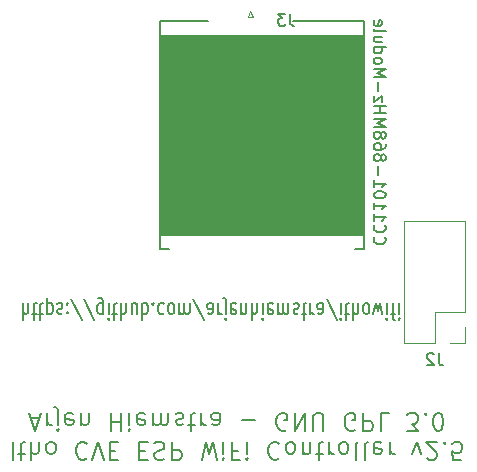
<source format=gbo>
G04 #@! TF.GenerationSoftware,KiCad,Pcbnew,(5.1.9-0-10_14)*
G04 #@! TF.CreationDate,2021-03-24T15:19:10+01:00*
G04 #@! TF.ProjectId,ithowifi_4l,6974686f-7769-4666-995f-346c2e6b6963,rev?*
G04 #@! TF.SameCoordinates,Original*
G04 #@! TF.FileFunction,Legend,Bot*
G04 #@! TF.FilePolarity,Positive*
%FSLAX46Y46*%
G04 Gerber Fmt 4.6, Leading zero omitted, Abs format (unit mm)*
G04 Created by KiCad (PCBNEW (5.1.9-0-10_14)) date 2021-03-24 15:19:10*
%MOMM*%
%LPD*%
G01*
G04 APERTURE LIST*
%ADD10C,0.100000*%
%ADD11C,0.200000*%
%ADD12C,0.120000*%
%ADD13C,0.150000*%
G04 APERTURE END LIST*
D10*
G36*
X114808000Y-129997200D02*
G01*
X97561400Y-129997200D01*
X97536000Y-113030000D01*
X114808000Y-113030000D01*
X114808000Y-129997200D01*
G37*
X114808000Y-129997200D02*
X97561400Y-129997200D01*
X97536000Y-113030000D01*
X114808000Y-113030000D01*
X114808000Y-129997200D01*
D11*
X85925428Y-135764666D02*
X85925428Y-137164666D01*
X86354000Y-135764666D02*
X86354000Y-136498000D01*
X86306380Y-136631333D01*
X86211142Y-136698000D01*
X86068285Y-136698000D01*
X85973047Y-136631333D01*
X85925428Y-136564666D01*
X86687333Y-136698000D02*
X87068285Y-136698000D01*
X86830190Y-137164666D02*
X86830190Y-135964666D01*
X86877809Y-135831333D01*
X86973047Y-135764666D01*
X87068285Y-135764666D01*
X87258761Y-136698000D02*
X87639714Y-136698000D01*
X87401619Y-137164666D02*
X87401619Y-135964666D01*
X87449238Y-135831333D01*
X87544476Y-135764666D01*
X87639714Y-135764666D01*
X87973047Y-136698000D02*
X87973047Y-135298000D01*
X87973047Y-136631333D02*
X88068285Y-136698000D01*
X88258761Y-136698000D01*
X88354000Y-136631333D01*
X88401619Y-136564666D01*
X88449238Y-136431333D01*
X88449238Y-136031333D01*
X88401619Y-135898000D01*
X88354000Y-135831333D01*
X88258761Y-135764666D01*
X88068285Y-135764666D01*
X87973047Y-135831333D01*
X88830190Y-135831333D02*
X88925428Y-135764666D01*
X89115904Y-135764666D01*
X89211142Y-135831333D01*
X89258761Y-135964666D01*
X89258761Y-136031333D01*
X89211142Y-136164666D01*
X89115904Y-136231333D01*
X88973047Y-136231333D01*
X88877809Y-136298000D01*
X88830190Y-136431333D01*
X88830190Y-136498000D01*
X88877809Y-136631333D01*
X88973047Y-136698000D01*
X89115904Y-136698000D01*
X89211142Y-136631333D01*
X89687333Y-135898000D02*
X89734952Y-135831333D01*
X89687333Y-135764666D01*
X89639714Y-135831333D01*
X89687333Y-135898000D01*
X89687333Y-135764666D01*
X89687333Y-136631333D02*
X89734952Y-136564666D01*
X89687333Y-136498000D01*
X89639714Y-136564666D01*
X89687333Y-136631333D01*
X89687333Y-136498000D01*
X90877809Y-137231333D02*
X90020666Y-135431333D01*
X91925428Y-137231333D02*
X91068285Y-135431333D01*
X92687333Y-136698000D02*
X92687333Y-135564666D01*
X92639714Y-135431333D01*
X92592095Y-135364666D01*
X92496857Y-135298000D01*
X92354000Y-135298000D01*
X92258761Y-135364666D01*
X92687333Y-135831333D02*
X92592095Y-135764666D01*
X92401619Y-135764666D01*
X92306380Y-135831333D01*
X92258761Y-135898000D01*
X92211142Y-136031333D01*
X92211142Y-136431333D01*
X92258761Y-136564666D01*
X92306380Y-136631333D01*
X92401619Y-136698000D01*
X92592095Y-136698000D01*
X92687333Y-136631333D01*
X93163523Y-135764666D02*
X93163523Y-136698000D01*
X93163523Y-137164666D02*
X93115904Y-137098000D01*
X93163523Y-137031333D01*
X93211142Y-137098000D01*
X93163523Y-137164666D01*
X93163523Y-137031333D01*
X93496857Y-136698000D02*
X93877809Y-136698000D01*
X93639714Y-137164666D02*
X93639714Y-135964666D01*
X93687333Y-135831333D01*
X93782571Y-135764666D01*
X93877809Y-135764666D01*
X94211142Y-135764666D02*
X94211142Y-137164666D01*
X94639714Y-135764666D02*
X94639714Y-136498000D01*
X94592095Y-136631333D01*
X94496857Y-136698000D01*
X94354000Y-136698000D01*
X94258761Y-136631333D01*
X94211142Y-136564666D01*
X95544476Y-136698000D02*
X95544476Y-135764666D01*
X95115904Y-136698000D02*
X95115904Y-135964666D01*
X95163523Y-135831333D01*
X95258761Y-135764666D01*
X95401619Y-135764666D01*
X95496857Y-135831333D01*
X95544476Y-135898000D01*
X96020666Y-135764666D02*
X96020666Y-137164666D01*
X96020666Y-136631333D02*
X96115904Y-136698000D01*
X96306380Y-136698000D01*
X96401619Y-136631333D01*
X96449238Y-136564666D01*
X96496857Y-136431333D01*
X96496857Y-136031333D01*
X96449238Y-135898000D01*
X96401619Y-135831333D01*
X96306380Y-135764666D01*
X96115904Y-135764666D01*
X96020666Y-135831333D01*
X96925428Y-135898000D02*
X96973047Y-135831333D01*
X96925428Y-135764666D01*
X96877809Y-135831333D01*
X96925428Y-135898000D01*
X96925428Y-135764666D01*
X97830190Y-135831333D02*
X97734952Y-135764666D01*
X97544476Y-135764666D01*
X97449238Y-135831333D01*
X97401619Y-135898000D01*
X97354000Y-136031333D01*
X97354000Y-136431333D01*
X97401619Y-136564666D01*
X97449238Y-136631333D01*
X97544476Y-136698000D01*
X97734952Y-136698000D01*
X97830190Y-136631333D01*
X98401619Y-135764666D02*
X98306380Y-135831333D01*
X98258761Y-135898000D01*
X98211142Y-136031333D01*
X98211142Y-136431333D01*
X98258761Y-136564666D01*
X98306380Y-136631333D01*
X98401619Y-136698000D01*
X98544476Y-136698000D01*
X98639714Y-136631333D01*
X98687333Y-136564666D01*
X98734952Y-136431333D01*
X98734952Y-136031333D01*
X98687333Y-135898000D01*
X98639714Y-135831333D01*
X98544476Y-135764666D01*
X98401619Y-135764666D01*
X99163523Y-135764666D02*
X99163523Y-136698000D01*
X99163523Y-136564666D02*
X99211142Y-136631333D01*
X99306380Y-136698000D01*
X99449238Y-136698000D01*
X99544476Y-136631333D01*
X99592095Y-136498000D01*
X99592095Y-135764666D01*
X99592095Y-136498000D02*
X99639714Y-136631333D01*
X99734952Y-136698000D01*
X99877809Y-136698000D01*
X99973047Y-136631333D01*
X100020666Y-136498000D01*
X100020666Y-135764666D01*
X101211142Y-137231333D02*
X100354000Y-135431333D01*
X101973047Y-135764666D02*
X101973047Y-136498000D01*
X101925428Y-136631333D01*
X101830190Y-136698000D01*
X101639714Y-136698000D01*
X101544476Y-136631333D01*
X101973047Y-135831333D02*
X101877809Y-135764666D01*
X101639714Y-135764666D01*
X101544476Y-135831333D01*
X101496857Y-135964666D01*
X101496857Y-136098000D01*
X101544476Y-136231333D01*
X101639714Y-136298000D01*
X101877809Y-136298000D01*
X101973047Y-136364666D01*
X102449238Y-135764666D02*
X102449238Y-136698000D01*
X102449238Y-136431333D02*
X102496857Y-136564666D01*
X102544476Y-136631333D01*
X102639714Y-136698000D01*
X102734952Y-136698000D01*
X103068285Y-136698000D02*
X103068285Y-135498000D01*
X103020666Y-135364666D01*
X102925428Y-135298000D01*
X102877809Y-135298000D01*
X103068285Y-137164666D02*
X103020666Y-137098000D01*
X103068285Y-137031333D01*
X103115904Y-137098000D01*
X103068285Y-137164666D01*
X103068285Y-137031333D01*
X103925428Y-135831333D02*
X103830190Y-135764666D01*
X103639714Y-135764666D01*
X103544476Y-135831333D01*
X103496857Y-135964666D01*
X103496857Y-136498000D01*
X103544476Y-136631333D01*
X103639714Y-136698000D01*
X103830190Y-136698000D01*
X103925428Y-136631333D01*
X103973047Y-136498000D01*
X103973047Y-136364666D01*
X103496857Y-136231333D01*
X104401619Y-136698000D02*
X104401619Y-135764666D01*
X104401619Y-136564666D02*
X104449238Y-136631333D01*
X104544476Y-136698000D01*
X104687333Y-136698000D01*
X104782571Y-136631333D01*
X104830190Y-136498000D01*
X104830190Y-135764666D01*
X105306380Y-135764666D02*
X105306380Y-137164666D01*
X105734952Y-135764666D02*
X105734952Y-136498000D01*
X105687333Y-136631333D01*
X105592095Y-136698000D01*
X105449238Y-136698000D01*
X105354000Y-136631333D01*
X105306380Y-136564666D01*
X106211142Y-135764666D02*
X106211142Y-136698000D01*
X106211142Y-137164666D02*
X106163523Y-137098000D01*
X106211142Y-137031333D01*
X106258761Y-137098000D01*
X106211142Y-137164666D01*
X106211142Y-137031333D01*
X107068285Y-135831333D02*
X106973047Y-135764666D01*
X106782571Y-135764666D01*
X106687333Y-135831333D01*
X106639714Y-135964666D01*
X106639714Y-136498000D01*
X106687333Y-136631333D01*
X106782571Y-136698000D01*
X106973047Y-136698000D01*
X107068285Y-136631333D01*
X107115904Y-136498000D01*
X107115904Y-136364666D01*
X106639714Y-136231333D01*
X107544476Y-135764666D02*
X107544476Y-136698000D01*
X107544476Y-136564666D02*
X107592095Y-136631333D01*
X107687333Y-136698000D01*
X107830190Y-136698000D01*
X107925428Y-136631333D01*
X107973047Y-136498000D01*
X107973047Y-135764666D01*
X107973047Y-136498000D02*
X108020666Y-136631333D01*
X108115904Y-136698000D01*
X108258761Y-136698000D01*
X108353999Y-136631333D01*
X108401619Y-136498000D01*
X108401619Y-135764666D01*
X108830190Y-135831333D02*
X108925428Y-135764666D01*
X109115904Y-135764666D01*
X109211142Y-135831333D01*
X109258761Y-135964666D01*
X109258761Y-136031333D01*
X109211142Y-136164666D01*
X109115904Y-136231333D01*
X108973047Y-136231333D01*
X108877809Y-136298000D01*
X108830190Y-136431333D01*
X108830190Y-136498000D01*
X108877809Y-136631333D01*
X108973047Y-136698000D01*
X109115904Y-136698000D01*
X109211142Y-136631333D01*
X109544476Y-136698000D02*
X109925428Y-136698000D01*
X109687333Y-137164666D02*
X109687333Y-135964666D01*
X109734952Y-135831333D01*
X109830190Y-135764666D01*
X109925428Y-135764666D01*
X110258761Y-135764666D02*
X110258761Y-136698000D01*
X110258761Y-136431333D02*
X110306380Y-136564666D01*
X110353999Y-136631333D01*
X110449238Y-136698000D01*
X110544476Y-136698000D01*
X111306380Y-135764666D02*
X111306380Y-136498000D01*
X111258761Y-136631333D01*
X111163523Y-136698000D01*
X110973047Y-136698000D01*
X110877809Y-136631333D01*
X111306380Y-135831333D02*
X111211142Y-135764666D01*
X110973047Y-135764666D01*
X110877809Y-135831333D01*
X110830190Y-135964666D01*
X110830190Y-136098000D01*
X110877809Y-136231333D01*
X110973047Y-136298000D01*
X111211142Y-136298000D01*
X111306380Y-136364666D01*
X112496857Y-137231333D02*
X111639714Y-135431333D01*
X112830190Y-135764666D02*
X112830190Y-136698000D01*
X112830190Y-137164666D02*
X112782571Y-137098000D01*
X112830190Y-137031333D01*
X112877809Y-137098000D01*
X112830190Y-137164666D01*
X112830190Y-137031333D01*
X113163523Y-136698000D02*
X113544476Y-136698000D01*
X113306380Y-137164666D02*
X113306380Y-135964666D01*
X113353999Y-135831333D01*
X113449238Y-135764666D01*
X113544476Y-135764666D01*
X113877809Y-135764666D02*
X113877809Y-137164666D01*
X114306380Y-135764666D02*
X114306380Y-136498000D01*
X114258761Y-136631333D01*
X114163523Y-136698000D01*
X114020666Y-136698000D01*
X113925428Y-136631333D01*
X113877809Y-136564666D01*
X114925428Y-135764666D02*
X114830190Y-135831333D01*
X114782571Y-135898000D01*
X114734952Y-136031333D01*
X114734952Y-136431333D01*
X114782571Y-136564666D01*
X114830190Y-136631333D01*
X114925428Y-136698000D01*
X115068285Y-136698000D01*
X115163523Y-136631333D01*
X115211142Y-136564666D01*
X115258761Y-136431333D01*
X115258761Y-136031333D01*
X115211142Y-135898000D01*
X115163523Y-135831333D01*
X115068285Y-135764666D01*
X114925428Y-135764666D01*
X115592095Y-136698000D02*
X115782571Y-135764666D01*
X115973047Y-136431333D01*
X116163523Y-135764666D01*
X116353999Y-136698000D01*
X116734952Y-135764666D02*
X116734952Y-136698000D01*
X116734952Y-137164666D02*
X116687333Y-137098000D01*
X116734952Y-137031333D01*
X116782571Y-137098000D01*
X116734952Y-137164666D01*
X116734952Y-137031333D01*
X117068285Y-136698000D02*
X117449238Y-136698000D01*
X117211142Y-135764666D02*
X117211142Y-136964666D01*
X117258761Y-137098000D01*
X117353999Y-137164666D01*
X117449238Y-137164666D01*
X117782571Y-135764666D02*
X117782571Y-136698000D01*
X117782571Y-137164666D02*
X117734952Y-137098000D01*
X117782571Y-137031333D01*
X117830190Y-137098000D01*
X117782571Y-137164666D01*
X117782571Y-137031333D01*
X85038400Y-147510828D02*
X85038400Y-149010828D01*
X85538400Y-148510828D02*
X86109828Y-148510828D01*
X85752685Y-149010828D02*
X85752685Y-147725114D01*
X85824114Y-147582257D01*
X85966971Y-147510828D01*
X86109828Y-147510828D01*
X86609828Y-147510828D02*
X86609828Y-149010828D01*
X87252685Y-147510828D02*
X87252685Y-148296542D01*
X87181257Y-148439400D01*
X87038400Y-148510828D01*
X86824114Y-148510828D01*
X86681257Y-148439400D01*
X86609828Y-148367971D01*
X88181257Y-147510828D02*
X88038400Y-147582257D01*
X87966971Y-147653685D01*
X87895542Y-147796542D01*
X87895542Y-148225114D01*
X87966971Y-148367971D01*
X88038400Y-148439400D01*
X88181257Y-148510828D01*
X88395542Y-148510828D01*
X88538400Y-148439400D01*
X88609828Y-148367971D01*
X88681257Y-148225114D01*
X88681257Y-147796542D01*
X88609828Y-147653685D01*
X88538400Y-147582257D01*
X88395542Y-147510828D01*
X88181257Y-147510828D01*
X91324114Y-147653685D02*
X91252685Y-147582257D01*
X91038400Y-147510828D01*
X90895542Y-147510828D01*
X90681257Y-147582257D01*
X90538400Y-147725114D01*
X90466971Y-147867971D01*
X90395542Y-148153685D01*
X90395542Y-148367971D01*
X90466971Y-148653685D01*
X90538400Y-148796542D01*
X90681257Y-148939400D01*
X90895542Y-149010828D01*
X91038400Y-149010828D01*
X91252685Y-148939400D01*
X91324114Y-148867971D01*
X91752685Y-149010828D02*
X92252685Y-147510828D01*
X92752685Y-149010828D01*
X93252685Y-148296542D02*
X93752685Y-148296542D01*
X93966971Y-147510828D02*
X93252685Y-147510828D01*
X93252685Y-149010828D01*
X93966971Y-149010828D01*
X95752685Y-148296542D02*
X96252685Y-148296542D01*
X96466971Y-147510828D02*
X95752685Y-147510828D01*
X95752685Y-149010828D01*
X96466971Y-149010828D01*
X97038400Y-147582257D02*
X97252685Y-147510828D01*
X97609828Y-147510828D01*
X97752685Y-147582257D01*
X97824114Y-147653685D01*
X97895542Y-147796542D01*
X97895542Y-147939400D01*
X97824114Y-148082257D01*
X97752685Y-148153685D01*
X97609828Y-148225114D01*
X97324114Y-148296542D01*
X97181257Y-148367971D01*
X97109828Y-148439400D01*
X97038400Y-148582257D01*
X97038400Y-148725114D01*
X97109828Y-148867971D01*
X97181257Y-148939400D01*
X97324114Y-149010828D01*
X97681257Y-149010828D01*
X97895542Y-148939400D01*
X98538400Y-147510828D02*
X98538400Y-149010828D01*
X99109828Y-149010828D01*
X99252685Y-148939400D01*
X99324114Y-148867971D01*
X99395542Y-148725114D01*
X99395542Y-148510828D01*
X99324114Y-148367971D01*
X99252685Y-148296542D01*
X99109828Y-148225114D01*
X98538400Y-148225114D01*
X101038400Y-149010828D02*
X101395542Y-147510828D01*
X101681257Y-148582257D01*
X101966971Y-147510828D01*
X102324114Y-149010828D01*
X102895542Y-147510828D02*
X102895542Y-148510828D01*
X102895542Y-149010828D02*
X102824114Y-148939400D01*
X102895542Y-148867971D01*
X102966971Y-148939400D01*
X102895542Y-149010828D01*
X102895542Y-148867971D01*
X104109828Y-148296542D02*
X103609828Y-148296542D01*
X103609828Y-147510828D02*
X103609828Y-149010828D01*
X104324114Y-149010828D01*
X104895542Y-147510828D02*
X104895542Y-148510828D01*
X104895542Y-149010828D02*
X104824114Y-148939400D01*
X104895542Y-148867971D01*
X104966971Y-148939400D01*
X104895542Y-149010828D01*
X104895542Y-148867971D01*
X107609828Y-147653685D02*
X107538400Y-147582257D01*
X107324114Y-147510828D01*
X107181257Y-147510828D01*
X106966971Y-147582257D01*
X106824114Y-147725114D01*
X106752685Y-147867971D01*
X106681257Y-148153685D01*
X106681257Y-148367971D01*
X106752685Y-148653685D01*
X106824114Y-148796542D01*
X106966971Y-148939400D01*
X107181257Y-149010828D01*
X107324114Y-149010828D01*
X107538400Y-148939400D01*
X107609828Y-148867971D01*
X108466971Y-147510828D02*
X108324114Y-147582257D01*
X108252685Y-147653685D01*
X108181257Y-147796542D01*
X108181257Y-148225114D01*
X108252685Y-148367971D01*
X108324114Y-148439400D01*
X108466971Y-148510828D01*
X108681257Y-148510828D01*
X108824114Y-148439400D01*
X108895542Y-148367971D01*
X108966971Y-148225114D01*
X108966971Y-147796542D01*
X108895542Y-147653685D01*
X108824114Y-147582257D01*
X108681257Y-147510828D01*
X108466971Y-147510828D01*
X109609828Y-148510828D02*
X109609828Y-147510828D01*
X109609828Y-148367971D02*
X109681257Y-148439400D01*
X109824114Y-148510828D01*
X110038400Y-148510828D01*
X110181257Y-148439400D01*
X110252685Y-148296542D01*
X110252685Y-147510828D01*
X110752685Y-148510828D02*
X111324114Y-148510828D01*
X110966971Y-149010828D02*
X110966971Y-147725114D01*
X111038400Y-147582257D01*
X111181257Y-147510828D01*
X111324114Y-147510828D01*
X111824114Y-147510828D02*
X111824114Y-148510828D01*
X111824114Y-148225114D02*
X111895542Y-148367971D01*
X111966971Y-148439400D01*
X112109828Y-148510828D01*
X112252685Y-148510828D01*
X112966971Y-147510828D02*
X112824114Y-147582257D01*
X112752685Y-147653685D01*
X112681257Y-147796542D01*
X112681257Y-148225114D01*
X112752685Y-148367971D01*
X112824114Y-148439400D01*
X112966971Y-148510828D01*
X113181257Y-148510828D01*
X113324114Y-148439400D01*
X113395542Y-148367971D01*
X113466971Y-148225114D01*
X113466971Y-147796542D01*
X113395542Y-147653685D01*
X113324114Y-147582257D01*
X113181257Y-147510828D01*
X112966971Y-147510828D01*
X114324114Y-147510828D02*
X114181257Y-147582257D01*
X114109828Y-147725114D01*
X114109828Y-149010828D01*
X115109828Y-147510828D02*
X114966971Y-147582257D01*
X114895542Y-147725114D01*
X114895542Y-149010828D01*
X116252685Y-147582257D02*
X116109828Y-147510828D01*
X115824114Y-147510828D01*
X115681257Y-147582257D01*
X115609828Y-147725114D01*
X115609828Y-148296542D01*
X115681257Y-148439400D01*
X115824114Y-148510828D01*
X116109828Y-148510828D01*
X116252685Y-148439400D01*
X116324114Y-148296542D01*
X116324114Y-148153685D01*
X115609828Y-148010828D01*
X116966971Y-147510828D02*
X116966971Y-148510828D01*
X116966971Y-148225114D02*
X117038400Y-148367971D01*
X117109828Y-148439400D01*
X117252685Y-148510828D01*
X117395542Y-148510828D01*
X118895542Y-148510828D02*
X119252685Y-147510828D01*
X119609828Y-148510828D01*
X120109828Y-148867971D02*
X120181257Y-148939400D01*
X120324114Y-149010828D01*
X120681257Y-149010828D01*
X120824114Y-148939400D01*
X120895542Y-148867971D01*
X120966971Y-148725114D01*
X120966971Y-148582257D01*
X120895542Y-148367971D01*
X120038400Y-147510828D01*
X120966971Y-147510828D01*
X121609828Y-147653685D02*
X121681257Y-147582257D01*
X121609828Y-147510828D01*
X121538400Y-147582257D01*
X121609828Y-147653685D01*
X121609828Y-147510828D01*
X123038400Y-149010828D02*
X122324114Y-149010828D01*
X122252685Y-148296542D01*
X122324114Y-148367971D01*
X122466971Y-148439400D01*
X122824114Y-148439400D01*
X122966971Y-148367971D01*
X123038400Y-148296542D01*
X123109828Y-148153685D01*
X123109828Y-147796542D01*
X123038400Y-147653685D01*
X122966971Y-147582257D01*
X122824114Y-147510828D01*
X122466971Y-147510828D01*
X122324114Y-147582257D01*
X122252685Y-147653685D01*
X86574114Y-145489400D02*
X87288400Y-145489400D01*
X86431257Y-145060828D02*
X86931257Y-146560828D01*
X87431257Y-145060828D01*
X87931257Y-145060828D02*
X87931257Y-146060828D01*
X87931257Y-145775114D02*
X88002685Y-145917971D01*
X88074114Y-145989400D01*
X88216971Y-146060828D01*
X88359828Y-146060828D01*
X88859828Y-146060828D02*
X88859828Y-144775114D01*
X88788400Y-144632257D01*
X88645542Y-144560828D01*
X88574114Y-144560828D01*
X88859828Y-146560828D02*
X88788400Y-146489400D01*
X88859828Y-146417971D01*
X88931257Y-146489400D01*
X88859828Y-146560828D01*
X88859828Y-146417971D01*
X90145542Y-145132257D02*
X90002685Y-145060828D01*
X89716971Y-145060828D01*
X89574114Y-145132257D01*
X89502685Y-145275114D01*
X89502685Y-145846542D01*
X89574114Y-145989400D01*
X89716971Y-146060828D01*
X90002685Y-146060828D01*
X90145542Y-145989400D01*
X90216971Y-145846542D01*
X90216971Y-145703685D01*
X89502685Y-145560828D01*
X90859828Y-146060828D02*
X90859828Y-145060828D01*
X90859828Y-145917971D02*
X90931257Y-145989400D01*
X91074114Y-146060828D01*
X91288400Y-146060828D01*
X91431257Y-145989400D01*
X91502685Y-145846542D01*
X91502685Y-145060828D01*
X93359828Y-145060828D02*
X93359828Y-146560828D01*
X93359828Y-145846542D02*
X94216971Y-145846542D01*
X94216971Y-145060828D02*
X94216971Y-146560828D01*
X94931257Y-145060828D02*
X94931257Y-146060828D01*
X94931257Y-146560828D02*
X94859828Y-146489400D01*
X94931257Y-146417971D01*
X95002685Y-146489400D01*
X94931257Y-146560828D01*
X94931257Y-146417971D01*
X96216971Y-145132257D02*
X96074114Y-145060828D01*
X95788400Y-145060828D01*
X95645542Y-145132257D01*
X95574114Y-145275114D01*
X95574114Y-145846542D01*
X95645542Y-145989400D01*
X95788400Y-146060828D01*
X96074114Y-146060828D01*
X96216971Y-145989400D01*
X96288400Y-145846542D01*
X96288400Y-145703685D01*
X95574114Y-145560828D01*
X96931257Y-145060828D02*
X96931257Y-146060828D01*
X96931257Y-145917971D02*
X97002685Y-145989400D01*
X97145542Y-146060828D01*
X97359828Y-146060828D01*
X97502685Y-145989400D01*
X97574114Y-145846542D01*
X97574114Y-145060828D01*
X97574114Y-145846542D02*
X97645542Y-145989400D01*
X97788400Y-146060828D01*
X98002685Y-146060828D01*
X98145542Y-145989400D01*
X98216971Y-145846542D01*
X98216971Y-145060828D01*
X98859828Y-145132257D02*
X99002685Y-145060828D01*
X99288400Y-145060828D01*
X99431257Y-145132257D01*
X99502685Y-145275114D01*
X99502685Y-145346542D01*
X99431257Y-145489400D01*
X99288400Y-145560828D01*
X99074114Y-145560828D01*
X98931257Y-145632257D01*
X98859828Y-145775114D01*
X98859828Y-145846542D01*
X98931257Y-145989400D01*
X99074114Y-146060828D01*
X99288400Y-146060828D01*
X99431257Y-145989400D01*
X99931257Y-146060828D02*
X100502685Y-146060828D01*
X100145542Y-146560828D02*
X100145542Y-145275114D01*
X100216971Y-145132257D01*
X100359828Y-145060828D01*
X100502685Y-145060828D01*
X101002685Y-145060828D02*
X101002685Y-146060828D01*
X101002685Y-145775114D02*
X101074114Y-145917971D01*
X101145542Y-145989400D01*
X101288400Y-146060828D01*
X101431257Y-146060828D01*
X102574114Y-145060828D02*
X102574114Y-145846542D01*
X102502685Y-145989400D01*
X102359828Y-146060828D01*
X102074114Y-146060828D01*
X101931257Y-145989400D01*
X102574114Y-145132257D02*
X102431257Y-145060828D01*
X102074114Y-145060828D01*
X101931257Y-145132257D01*
X101859828Y-145275114D01*
X101859828Y-145417971D01*
X101931257Y-145560828D01*
X102074114Y-145632257D01*
X102431257Y-145632257D01*
X102574114Y-145703685D01*
X104431257Y-145632257D02*
X105574114Y-145632257D01*
X108216971Y-146489400D02*
X108074114Y-146560828D01*
X107859828Y-146560828D01*
X107645542Y-146489400D01*
X107502685Y-146346542D01*
X107431257Y-146203685D01*
X107359828Y-145917971D01*
X107359828Y-145703685D01*
X107431257Y-145417971D01*
X107502685Y-145275114D01*
X107645542Y-145132257D01*
X107859828Y-145060828D01*
X108002685Y-145060828D01*
X108216971Y-145132257D01*
X108288400Y-145203685D01*
X108288400Y-145703685D01*
X108002685Y-145703685D01*
X108931257Y-145060828D02*
X108931257Y-146560828D01*
X109788400Y-145060828D01*
X109788400Y-146560828D01*
X110502685Y-146560828D02*
X110502685Y-145346542D01*
X110574114Y-145203685D01*
X110645542Y-145132257D01*
X110788400Y-145060828D01*
X111074114Y-145060828D01*
X111216971Y-145132257D01*
X111288400Y-145203685D01*
X111359828Y-145346542D01*
X111359828Y-146560828D01*
X114002685Y-146489400D02*
X113859828Y-146560828D01*
X113645542Y-146560828D01*
X113431257Y-146489400D01*
X113288400Y-146346542D01*
X113216971Y-146203685D01*
X113145542Y-145917971D01*
X113145542Y-145703685D01*
X113216971Y-145417971D01*
X113288400Y-145275114D01*
X113431257Y-145132257D01*
X113645542Y-145060828D01*
X113788400Y-145060828D01*
X114002685Y-145132257D01*
X114074114Y-145203685D01*
X114074114Y-145703685D01*
X113788400Y-145703685D01*
X114716971Y-145060828D02*
X114716971Y-146560828D01*
X115288400Y-146560828D01*
X115431257Y-146489400D01*
X115502685Y-146417971D01*
X115574114Y-146275114D01*
X115574114Y-146060828D01*
X115502685Y-145917971D01*
X115431257Y-145846542D01*
X115288400Y-145775114D01*
X114716971Y-145775114D01*
X116931257Y-145060828D02*
X116216971Y-145060828D01*
X116216971Y-146560828D01*
X118431257Y-146560828D02*
X119359828Y-146560828D01*
X118859828Y-145989400D01*
X119074114Y-145989400D01*
X119216971Y-145917971D01*
X119288400Y-145846542D01*
X119359828Y-145703685D01*
X119359828Y-145346542D01*
X119288400Y-145203685D01*
X119216971Y-145132257D01*
X119074114Y-145060828D01*
X118645542Y-145060828D01*
X118502685Y-145132257D01*
X118431257Y-145203685D01*
X120002685Y-145203685D02*
X120074114Y-145132257D01*
X120002685Y-145060828D01*
X119931257Y-145132257D01*
X120002685Y-145203685D01*
X120002685Y-145060828D01*
X121002685Y-146560828D02*
X121145542Y-146560828D01*
X121288400Y-146489400D01*
X121359828Y-146417971D01*
X121431257Y-146275114D01*
X121502685Y-145989400D01*
X121502685Y-145632257D01*
X121431257Y-145346542D01*
X121359828Y-145203685D01*
X121288400Y-145132257D01*
X121145542Y-145060828D01*
X121002685Y-145060828D01*
X120859828Y-145132257D01*
X120788400Y-145203685D01*
X120716971Y-145346542D01*
X120645542Y-145632257D01*
X120645542Y-145989400D01*
X120716971Y-146275114D01*
X120788400Y-146417971D01*
X120859828Y-146489400D01*
X121002685Y-146560828D01*
D12*
X104931400Y-111558400D02*
X105181400Y-111058400D01*
X105431400Y-111558400D02*
X104931400Y-111558400D01*
X105181400Y-111058400D02*
X105431400Y-111558400D01*
D13*
X114822000Y-131189000D02*
X114822000Y-111889000D01*
X114822000Y-111889000D02*
X108797000Y-111889000D01*
X101547000Y-111889000D02*
X97522000Y-111889000D01*
X97522000Y-111889000D02*
X97522000Y-131189000D01*
X97522000Y-131189000D02*
X98272000Y-131189000D01*
X114072000Y-131189000D02*
X114822000Y-131189000D01*
D12*
X118177000Y-139125000D02*
X120777000Y-139125000D01*
X118177000Y-139125000D02*
X118177000Y-128845000D01*
X118177000Y-128845000D02*
X123377000Y-128845000D01*
X123377000Y-136525000D02*
X123377000Y-128845000D01*
X120777000Y-136525000D02*
X123377000Y-136525000D01*
X120777000Y-139125000D02*
X120777000Y-136525000D01*
X123377000Y-139125000D02*
X123377000Y-137795000D01*
X122047000Y-139125000D02*
X123377000Y-139125000D01*
D13*
X108514733Y-111260780D02*
X108514733Y-111975066D01*
X108562352Y-112117923D01*
X108657590Y-112213161D01*
X108800447Y-112260780D01*
X108895685Y-112260780D01*
X108133780Y-111260780D02*
X107514733Y-111260780D01*
X107848066Y-111641733D01*
X107705209Y-111641733D01*
X107609971Y-111689352D01*
X107562352Y-111736971D01*
X107514733Y-111832209D01*
X107514733Y-112070304D01*
X107562352Y-112165542D01*
X107609971Y-112213161D01*
X107705209Y-112260780D01*
X107990923Y-112260780D01*
X108086161Y-112213161D01*
X108133780Y-112165542D01*
X115720857Y-130165952D02*
X115673238Y-130213571D01*
X115625619Y-130356428D01*
X115625619Y-130451666D01*
X115673238Y-130594523D01*
X115768476Y-130689761D01*
X115863714Y-130737380D01*
X116054190Y-130785000D01*
X116197047Y-130785000D01*
X116387523Y-130737380D01*
X116482761Y-130689761D01*
X116578000Y-130594523D01*
X116625619Y-130451666D01*
X116625619Y-130356428D01*
X116578000Y-130213571D01*
X116530380Y-130165952D01*
X115720857Y-129165952D02*
X115673238Y-129213571D01*
X115625619Y-129356428D01*
X115625619Y-129451666D01*
X115673238Y-129594523D01*
X115768476Y-129689761D01*
X115863714Y-129737380D01*
X116054190Y-129785000D01*
X116197047Y-129785000D01*
X116387523Y-129737380D01*
X116482761Y-129689761D01*
X116578000Y-129594523D01*
X116625619Y-129451666D01*
X116625619Y-129356428D01*
X116578000Y-129213571D01*
X116530380Y-129165952D01*
X115625619Y-128213571D02*
X115625619Y-128785000D01*
X115625619Y-128499285D02*
X116625619Y-128499285D01*
X116482761Y-128594523D01*
X116387523Y-128689761D01*
X116339904Y-128785000D01*
X115625619Y-127261190D02*
X115625619Y-127832619D01*
X115625619Y-127546904D02*
X116625619Y-127546904D01*
X116482761Y-127642142D01*
X116387523Y-127737380D01*
X116339904Y-127832619D01*
X116625619Y-126642142D02*
X116625619Y-126546904D01*
X116578000Y-126451666D01*
X116530380Y-126404047D01*
X116435142Y-126356428D01*
X116244666Y-126308809D01*
X116006571Y-126308809D01*
X115816095Y-126356428D01*
X115720857Y-126404047D01*
X115673238Y-126451666D01*
X115625619Y-126546904D01*
X115625619Y-126642142D01*
X115673238Y-126737380D01*
X115720857Y-126785000D01*
X115816095Y-126832619D01*
X116006571Y-126880238D01*
X116244666Y-126880238D01*
X116435142Y-126832619D01*
X116530380Y-126785000D01*
X116578000Y-126737380D01*
X116625619Y-126642142D01*
X115625619Y-125356428D02*
X115625619Y-125927857D01*
X115625619Y-125642142D02*
X116625619Y-125642142D01*
X116482761Y-125737380D01*
X116387523Y-125832619D01*
X116339904Y-125927857D01*
X116006571Y-124927857D02*
X116006571Y-124165952D01*
X116197047Y-123546904D02*
X116244666Y-123642142D01*
X116292285Y-123689761D01*
X116387523Y-123737380D01*
X116435142Y-123737380D01*
X116530380Y-123689761D01*
X116578000Y-123642142D01*
X116625619Y-123546904D01*
X116625619Y-123356428D01*
X116578000Y-123261190D01*
X116530380Y-123213571D01*
X116435142Y-123165952D01*
X116387523Y-123165952D01*
X116292285Y-123213571D01*
X116244666Y-123261190D01*
X116197047Y-123356428D01*
X116197047Y-123546904D01*
X116149428Y-123642142D01*
X116101809Y-123689761D01*
X116006571Y-123737380D01*
X115816095Y-123737380D01*
X115720857Y-123689761D01*
X115673238Y-123642142D01*
X115625619Y-123546904D01*
X115625619Y-123356428D01*
X115673238Y-123261190D01*
X115720857Y-123213571D01*
X115816095Y-123165952D01*
X116006571Y-123165952D01*
X116101809Y-123213571D01*
X116149428Y-123261190D01*
X116197047Y-123356428D01*
X116625619Y-122308809D02*
X116625619Y-122499285D01*
X116578000Y-122594523D01*
X116530380Y-122642142D01*
X116387523Y-122737380D01*
X116197047Y-122785000D01*
X115816095Y-122785000D01*
X115720857Y-122737380D01*
X115673238Y-122689761D01*
X115625619Y-122594523D01*
X115625619Y-122404047D01*
X115673238Y-122308809D01*
X115720857Y-122261190D01*
X115816095Y-122213571D01*
X116054190Y-122213571D01*
X116149428Y-122261190D01*
X116197047Y-122308809D01*
X116244666Y-122404047D01*
X116244666Y-122594523D01*
X116197047Y-122689761D01*
X116149428Y-122737380D01*
X116054190Y-122785000D01*
X116197047Y-121642142D02*
X116244666Y-121737380D01*
X116292285Y-121785000D01*
X116387523Y-121832619D01*
X116435142Y-121832619D01*
X116530380Y-121785000D01*
X116578000Y-121737380D01*
X116625619Y-121642142D01*
X116625619Y-121451666D01*
X116578000Y-121356428D01*
X116530380Y-121308809D01*
X116435142Y-121261190D01*
X116387523Y-121261190D01*
X116292285Y-121308809D01*
X116244666Y-121356428D01*
X116197047Y-121451666D01*
X116197047Y-121642142D01*
X116149428Y-121737380D01*
X116101809Y-121785000D01*
X116006571Y-121832619D01*
X115816095Y-121832619D01*
X115720857Y-121785000D01*
X115673238Y-121737380D01*
X115625619Y-121642142D01*
X115625619Y-121451666D01*
X115673238Y-121356428D01*
X115720857Y-121308809D01*
X115816095Y-121261190D01*
X116006571Y-121261190D01*
X116101809Y-121308809D01*
X116149428Y-121356428D01*
X116197047Y-121451666D01*
X115625619Y-120832619D02*
X116625619Y-120832619D01*
X115911333Y-120499285D01*
X116625619Y-120165952D01*
X115625619Y-120165952D01*
X115625619Y-119689761D02*
X116625619Y-119689761D01*
X116149428Y-119689761D02*
X116149428Y-119118333D01*
X115625619Y-119118333D02*
X116625619Y-119118333D01*
X116292285Y-118737380D02*
X116292285Y-118213571D01*
X115625619Y-118737380D01*
X115625619Y-118213571D01*
X116006571Y-117832619D02*
X116006571Y-117070714D01*
X115625619Y-116594523D02*
X116625619Y-116594523D01*
X115911333Y-116261190D01*
X116625619Y-115927857D01*
X115625619Y-115927857D01*
X115625619Y-115308809D02*
X115673238Y-115404047D01*
X115720857Y-115451666D01*
X115816095Y-115499285D01*
X116101809Y-115499285D01*
X116197047Y-115451666D01*
X116244666Y-115404047D01*
X116292285Y-115308809D01*
X116292285Y-115165952D01*
X116244666Y-115070714D01*
X116197047Y-115023095D01*
X116101809Y-114975476D01*
X115816095Y-114975476D01*
X115720857Y-115023095D01*
X115673238Y-115070714D01*
X115625619Y-115165952D01*
X115625619Y-115308809D01*
X115625619Y-114118333D02*
X116625619Y-114118333D01*
X115673238Y-114118333D02*
X115625619Y-114213571D01*
X115625619Y-114404047D01*
X115673238Y-114499285D01*
X115720857Y-114546904D01*
X115816095Y-114594523D01*
X116101809Y-114594523D01*
X116197047Y-114546904D01*
X116244666Y-114499285D01*
X116292285Y-114404047D01*
X116292285Y-114213571D01*
X116244666Y-114118333D01*
X116292285Y-113213571D02*
X115625619Y-113213571D01*
X116292285Y-113642142D02*
X115768476Y-113642142D01*
X115673238Y-113594523D01*
X115625619Y-113499285D01*
X115625619Y-113356428D01*
X115673238Y-113261190D01*
X115720857Y-113213571D01*
X115625619Y-112594523D02*
X115673238Y-112689761D01*
X115768476Y-112737380D01*
X116625619Y-112737380D01*
X115673238Y-111832619D02*
X115625619Y-111927857D01*
X115625619Y-112118333D01*
X115673238Y-112213571D01*
X115768476Y-112261190D01*
X116149428Y-112261190D01*
X116244666Y-112213571D01*
X116292285Y-112118333D01*
X116292285Y-111927857D01*
X116244666Y-111832619D01*
X116149428Y-111785000D01*
X116054190Y-111785000D01*
X115958952Y-112261190D01*
X121110333Y-140017380D02*
X121110333Y-140731666D01*
X121157952Y-140874523D01*
X121253190Y-140969761D01*
X121396047Y-141017380D01*
X121491285Y-141017380D01*
X120681761Y-140112619D02*
X120634142Y-140065000D01*
X120538904Y-140017380D01*
X120300809Y-140017380D01*
X120205571Y-140065000D01*
X120157952Y-140112619D01*
X120110333Y-140207857D01*
X120110333Y-140303095D01*
X120157952Y-140445952D01*
X120729380Y-141017380D01*
X120110333Y-141017380D01*
M02*

</source>
